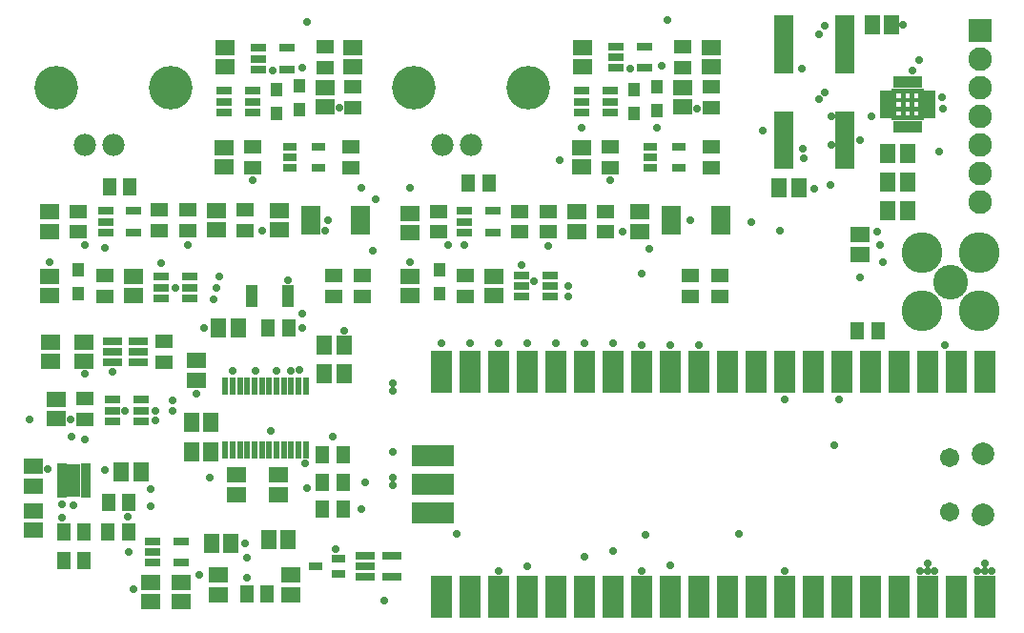
<source format=gbr>
G04 EAGLE Gerber RS-274X export*
G75*
%MOMM*%
%FSLAX34Y34*%
%LPD*%
%INSoldermask Top*%
%IPPOS*%
%AMOC8*
5,1,8,0,0,1.08239X$1,22.5*%
G01*
G04 Define Apertures*
%ADD10R,1.668500X1.367800*%
%ADD11R,1.367800X1.668500*%
%ADD12R,0.977100X1.188600*%
%ADD13R,1.403200X0.803200*%
%ADD14R,1.731200X0.638200*%
%ADD15R,0.853200X0.503200*%
%ADD16R,1.303200X2.953200*%
%ADD17R,1.053200X0.503200*%
%ADD18R,1.253200X0.753200*%
%ADD19C,1.985200*%
%ADD20C,3.860800*%
%ADD21R,1.623400X1.234400*%
%ADD22R,1.234400X1.623400*%
%ADD23R,1.653200X0.503200*%
%ADD24R,1.903200X3.703200*%
%ADD25C,2.003200*%
%ADD26C,1.703200*%
%ADD27R,3.703200X1.903200*%
%ADD28R,0.558800X1.625600*%
%ADD29R,1.053200X0.483200*%
%ADD30R,0.483200X1.053200*%
%ADD31R,1.676400X0.762000*%
%ADD32R,2.093200X2.093200*%
%ADD33C,2.093200*%
%ADD34C,3.083200*%
%ADD35C,3.623200*%
%ADD36R,1.253200X0.703200*%
%ADD37C,0.705600*%
G36*
X784003Y926122D02*
X784003Y897598D01*
X779488Y897598D01*
X779488Y926122D01*
X784003Y926122D01*
G37*
G36*
X808012Y902113D02*
X808012Y897598D01*
X779488Y897598D01*
X779488Y902113D01*
X808012Y902113D01*
G37*
G36*
X808012Y926122D02*
X808012Y921607D01*
X779488Y921607D01*
X779488Y926122D01*
X808012Y926122D01*
G37*
G36*
X808012Y926122D02*
X808012Y897598D01*
X803497Y897598D01*
X803497Y926122D01*
X808012Y926122D01*
G37*
G36*
X791877Y926122D02*
X791877Y897598D01*
X787749Y897598D01*
X787749Y926122D01*
X791877Y926122D01*
G37*
G36*
X808012Y909987D02*
X808012Y905859D01*
X779488Y905859D01*
X779488Y909987D01*
X808012Y909987D01*
G37*
G36*
X808012Y917861D02*
X808012Y913733D01*
X779488Y913733D01*
X779488Y917861D01*
X808012Y917861D01*
G37*
G36*
X799751Y926122D02*
X799751Y897598D01*
X795623Y897598D01*
X795623Y926122D01*
X799751Y926122D01*
G37*
G36*
X778877Y903887D02*
X778877Y899833D01*
X769123Y899833D01*
X769123Y903887D01*
X778877Y903887D01*
G37*
G36*
X778877Y908887D02*
X778877Y904833D01*
X769123Y904833D01*
X769123Y908887D01*
X778877Y908887D01*
G37*
G36*
X778877Y913887D02*
X778877Y909833D01*
X769123Y909833D01*
X769123Y913887D01*
X778877Y913887D01*
G37*
G36*
X778877Y918887D02*
X778877Y914833D01*
X769123Y914833D01*
X769123Y918887D01*
X778877Y918887D01*
G37*
G36*
X778877Y923887D02*
X778877Y919833D01*
X769123Y919833D01*
X769123Y923887D01*
X778877Y923887D01*
G37*
G36*
X785774Y896987D02*
X785774Y887233D01*
X781720Y887233D01*
X781720Y896987D01*
X785774Y896987D01*
G37*
G36*
X785774Y936487D02*
X785774Y926733D01*
X781720Y926733D01*
X781720Y936487D01*
X785774Y936487D01*
G37*
G36*
X790776Y896987D02*
X790776Y887233D01*
X786722Y887233D01*
X786722Y896987D01*
X790776Y896987D01*
G37*
G36*
X790776Y936487D02*
X790776Y926733D01*
X786722Y926733D01*
X786722Y936487D01*
X790776Y936487D01*
G37*
G36*
X795777Y896987D02*
X795777Y887233D01*
X791723Y887233D01*
X791723Y896987D01*
X795777Y896987D01*
G37*
G36*
X795777Y936487D02*
X795777Y926733D01*
X791723Y926733D01*
X791723Y936487D01*
X795777Y936487D01*
G37*
G36*
X800778Y896987D02*
X800778Y887233D01*
X796724Y887233D01*
X796724Y896987D01*
X800778Y896987D01*
G37*
G36*
X800778Y936487D02*
X800778Y926733D01*
X796724Y926733D01*
X796724Y936487D01*
X800778Y936487D01*
G37*
G36*
X805780Y896987D02*
X805780Y887233D01*
X801726Y887233D01*
X801726Y896987D01*
X805780Y896987D01*
G37*
G36*
X805780Y936487D02*
X805780Y926733D01*
X801726Y926733D01*
X801726Y936487D01*
X805780Y936487D01*
G37*
G36*
X818377Y903887D02*
X818377Y899833D01*
X808623Y899833D01*
X808623Y903887D01*
X818377Y903887D01*
G37*
G36*
X818377Y908887D02*
X818377Y904833D01*
X808623Y904833D01*
X808623Y908887D01*
X818377Y908887D01*
G37*
G36*
X818377Y913887D02*
X818377Y909833D01*
X808623Y909833D01*
X808623Y913887D01*
X818377Y913887D01*
G37*
G36*
X818377Y918887D02*
X818377Y914833D01*
X808623Y914833D01*
X808623Y918887D01*
X818377Y918887D01*
G37*
G36*
X818377Y923887D02*
X818377Y919833D01*
X808623Y919833D01*
X808623Y923887D01*
X818377Y923887D01*
G37*
D10*
X187960Y962524D03*
X187960Y945016D03*
X505460Y962524D03*
X505460Y945016D03*
X619760Y962524D03*
X619760Y945016D03*
X594360Y926964D03*
X594360Y909456D03*
X504190Y873624D03*
X504190Y856116D03*
X500380Y798966D03*
X500380Y816474D03*
X556260Y816474D03*
X556260Y798966D03*
X351702Y815204D03*
X351702Y797696D03*
X351790Y741816D03*
X351790Y759324D03*
X426720Y741816D03*
X426720Y759324D03*
X751840Y796154D03*
X751840Y778646D03*
X300990Y962524D03*
X300990Y945016D03*
X162560Y684394D03*
X162560Y666886D03*
D11*
X175124Y629920D03*
X157616Y629920D03*
D10*
X198120Y582794D03*
X198120Y565286D03*
X234950Y582794D03*
X234950Y565286D03*
D11*
X776106Y843280D03*
X793614Y843280D03*
X776106Y868680D03*
X793614Y868680D03*
X776106Y817880D03*
X793614Y817880D03*
X679586Y838200D03*
X697094Y838200D03*
X175124Y603250D03*
X157616Y603250D03*
X275726Y698500D03*
X293234Y698500D03*
D10*
X276860Y926964D03*
X276860Y909456D03*
D11*
X275726Y673100D03*
X293234Y673100D03*
D10*
X33020Y700904D03*
X33020Y683396D03*
D11*
X199536Y713740D03*
X182028Y713740D03*
D10*
X181610Y476386D03*
X181610Y493894D03*
X246380Y476386D03*
X246380Y493894D03*
D11*
X226196Y525780D03*
X243704Y525780D03*
D10*
X62230Y700904D03*
X62230Y683396D03*
X38100Y650104D03*
X38100Y632596D03*
D11*
X95386Y585470D03*
X112894Y585470D03*
D10*
X17780Y590414D03*
X17780Y572906D03*
X186690Y873624D03*
X186690Y856116D03*
X17780Y551044D03*
X17780Y533536D03*
X148590Y487544D03*
X148590Y470036D03*
X121920Y487544D03*
X121920Y470036D03*
D11*
X175396Y521970D03*
X192904Y521970D03*
X762136Y982980D03*
X779644Y982980D03*
D10*
X180340Y800236D03*
X180340Y817744D03*
X236220Y817744D03*
X236220Y800236D03*
X31750Y816474D03*
X31750Y798966D03*
X31750Y741816D03*
X31750Y759324D03*
X106680Y741816D03*
X106680Y759324D03*
D12*
X233680Y925050D03*
X233680Y903750D03*
X254000Y907560D03*
X254000Y928860D03*
X57150Y743730D03*
X57150Y765030D03*
X551180Y925050D03*
X551180Y903750D03*
X571500Y906290D03*
X571500Y927590D03*
X378460Y743730D03*
X378460Y765030D03*
D13*
X211890Y904900D03*
X211890Y914400D03*
X211890Y923900D03*
X186890Y923900D03*
X186890Y914400D03*
X186890Y904900D03*
X534870Y963270D03*
X534870Y953770D03*
X534870Y944270D03*
X559870Y944270D03*
X559870Y963270D03*
D14*
X738310Y857890D03*
X738310Y864230D03*
X738310Y870590D03*
X738310Y876930D03*
X738310Y883290D03*
X738310Y889630D03*
X738310Y895990D03*
X738310Y902330D03*
X684090Y902330D03*
X684090Y895990D03*
X684090Y889630D03*
X684090Y883290D03*
X684090Y876930D03*
X684090Y870590D03*
X684090Y864230D03*
X684090Y857890D03*
D13*
X87830Y649580D03*
X87830Y640080D03*
X87830Y630580D03*
X112830Y630580D03*
X112830Y640080D03*
X112830Y649580D03*
D15*
X42840Y590350D03*
X42840Y585350D03*
X42840Y580350D03*
X42840Y575350D03*
X42840Y570350D03*
X42840Y565350D03*
X63840Y565350D03*
X63840Y570350D03*
X63840Y575350D03*
X63840Y580350D03*
X63840Y585350D03*
X63840Y590350D03*
D16*
X53340Y577850D03*
D13*
X123390Y523850D03*
X123390Y514350D03*
X123390Y504850D03*
X148390Y504850D03*
X148390Y523850D03*
D14*
X684090Y987420D03*
X684090Y981080D03*
X684090Y974720D03*
X684090Y968380D03*
X684090Y962020D03*
X684090Y955680D03*
X684090Y949320D03*
X684090Y942980D03*
X738310Y942980D03*
X738310Y949320D03*
X738310Y955680D03*
X738310Y962020D03*
X738310Y968380D03*
X738310Y974720D03*
X738310Y981080D03*
X738310Y987420D03*
D17*
X243080Y734180D03*
X243080Y739180D03*
X243080Y744180D03*
X243080Y749180D03*
X211580Y749180D03*
X211580Y744180D03*
X211580Y739180D03*
X211580Y734180D03*
D18*
X244810Y874370D03*
X244810Y864870D03*
X244810Y855370D03*
X270810Y855370D03*
X270810Y874370D03*
D13*
X81480Y817220D03*
X81480Y807720D03*
X81480Y798220D03*
X106480Y798220D03*
X106480Y817220D03*
X131010Y758800D03*
X131010Y749300D03*
X131010Y739800D03*
X156010Y739800D03*
X156010Y749300D03*
X156010Y758800D03*
X217370Y962000D03*
X217370Y952500D03*
X217370Y943000D03*
X242370Y943000D03*
X242370Y962000D03*
D18*
X564850Y874370D03*
X564850Y864870D03*
X564850Y855370D03*
X590850Y855370D03*
X590850Y874370D03*
D13*
X529390Y904900D03*
X529390Y914400D03*
X529390Y923900D03*
X504390Y923900D03*
X504390Y914400D03*
X504390Y904900D03*
X400250Y817220D03*
X400250Y807720D03*
X400250Y798220D03*
X425250Y798220D03*
X425250Y817220D03*
X451050Y760070D03*
X451050Y750570D03*
X451050Y741070D03*
X476050Y741070D03*
X476050Y750570D03*
X476050Y760070D03*
D19*
X88900Y876300D03*
X63500Y876300D03*
D20*
X139700Y927100D03*
X38100Y927100D03*
D19*
X406400Y876300D03*
X381000Y876300D03*
D20*
X457200Y927100D03*
X355600Y927100D03*
D21*
X276860Y962965D03*
X276860Y944575D03*
D22*
X103175Y838962D03*
X84785Y838962D03*
D21*
X81280Y759765D03*
X81280Y741375D03*
X57150Y798525D03*
X57150Y816915D03*
X594360Y962965D03*
X594360Y944575D03*
X619760Y909015D03*
X619760Y927405D03*
X529590Y855675D03*
X529590Y874065D03*
X600710Y741375D03*
X600710Y759765D03*
X619760Y855675D03*
X619760Y874065D03*
X627380Y741375D03*
X627380Y759765D03*
X525780Y798525D03*
X525780Y816915D03*
X300990Y909015D03*
X300990Y927405D03*
X474980Y798525D03*
X474980Y816915D03*
X449580Y816915D03*
X449580Y798525D03*
D22*
X421945Y842010D03*
X403555Y842010D03*
D21*
X401320Y759765D03*
X401320Y741375D03*
X377190Y798525D03*
X377190Y816915D03*
D22*
X767385Y711200D03*
X748995Y711200D03*
X274015Y600710D03*
X292405Y600710D03*
X292405Y552450D03*
X274015Y552450D03*
X292405Y576580D03*
X274015Y576580D03*
X244145Y713740D03*
X225755Y713740D03*
D21*
X212090Y855675D03*
X212090Y874065D03*
D22*
X225095Y477520D03*
X206705Y477520D03*
D21*
X63500Y650545D03*
X63500Y632155D03*
X133350Y701345D03*
X133350Y682955D03*
D22*
X62535Y506730D03*
X44145Y506730D03*
X102413Y558800D03*
X84023Y558800D03*
X101905Y532130D03*
X83515Y532130D03*
X62535Y532130D03*
X44145Y532130D03*
D21*
X284480Y741375D03*
X284480Y759765D03*
X299720Y855675D03*
X299720Y874065D03*
X309880Y741375D03*
X309880Y759765D03*
X205740Y799795D03*
X205740Y818185D03*
X154940Y799795D03*
X154940Y818185D03*
X129540Y818185D03*
X129540Y799795D03*
D23*
X263500Y818990D03*
X263500Y813990D03*
X263500Y808990D03*
X263500Y803990D03*
X263500Y798990D03*
X308000Y798990D03*
X308000Y803990D03*
X308000Y808990D03*
X308000Y813990D03*
X308000Y818990D03*
X583540Y818990D03*
X583540Y813990D03*
X583540Y808990D03*
X583540Y803990D03*
X583540Y798990D03*
X628040Y798990D03*
X628040Y803990D03*
X628040Y808990D03*
X628040Y813990D03*
X628040Y818990D03*
D24*
X862380Y674380D03*
X836980Y674380D03*
X811580Y674380D03*
X786180Y674380D03*
X760780Y674380D03*
X735380Y674380D03*
X709980Y674380D03*
X684580Y674380D03*
X659180Y674380D03*
X633780Y674380D03*
X608380Y674380D03*
X582980Y674380D03*
X557580Y674380D03*
X532180Y674380D03*
X506780Y674380D03*
X481380Y674380D03*
X455980Y674380D03*
X430580Y674380D03*
X405180Y674380D03*
X379780Y674380D03*
X379780Y474380D03*
X405180Y474380D03*
X430580Y474380D03*
X455980Y474380D03*
X481380Y474380D03*
X506780Y474380D03*
X532180Y474380D03*
X557580Y474380D03*
X582980Y474380D03*
X608380Y474380D03*
X633780Y474380D03*
X659180Y474380D03*
X684580Y474380D03*
X709980Y474380D03*
X735380Y474380D03*
X760780Y474380D03*
X786180Y474380D03*
X811580Y474380D03*
X836980Y474380D03*
X862380Y474380D03*
D25*
X861080Y601630D03*
X861080Y547130D03*
D26*
X830780Y598630D03*
X830780Y550130D03*
D27*
X371830Y599780D03*
X371830Y574380D03*
X371830Y548980D03*
D28*
X259270Y662178D03*
X252770Y662178D03*
X246270Y662178D03*
X239770Y662178D03*
X233270Y662178D03*
X226770Y662178D03*
X220270Y662178D03*
X213770Y662178D03*
X207270Y662178D03*
X200770Y662178D03*
X194270Y662178D03*
X187770Y662178D03*
X187770Y605282D03*
X194270Y605282D03*
X200770Y605282D03*
X207270Y605282D03*
X213770Y605282D03*
X220270Y605282D03*
X226770Y605282D03*
X233270Y605282D03*
X239770Y605282D03*
X246270Y605282D03*
X252770Y605282D03*
X259270Y605282D03*
D29*
X774000Y921860D03*
X774000Y916860D03*
X774000Y911860D03*
X774000Y906860D03*
X774000Y901860D03*
D30*
X783747Y892110D03*
X788749Y892110D03*
X793750Y892110D03*
X798751Y892110D03*
X803753Y892110D03*
D29*
X813500Y901860D03*
X813500Y906860D03*
X813500Y911860D03*
X813500Y916860D03*
X813500Y921860D03*
D30*
X803753Y931610D03*
X798751Y931610D03*
X793750Y931610D03*
X788749Y931610D03*
X783747Y931610D03*
D31*
X311912Y511150D03*
X311912Y501650D03*
X311912Y492150D03*
X335788Y492150D03*
X335788Y511150D03*
X110236Y682650D03*
X110236Y692150D03*
X110236Y701650D03*
X87884Y701650D03*
X87884Y692150D03*
X87884Y682650D03*
D32*
X858520Y977900D03*
D33*
X858520Y952500D03*
X858520Y927100D03*
X858520Y901700D03*
X858520Y876300D03*
X858520Y850900D03*
X858520Y825500D03*
D34*
X831850Y754380D03*
D35*
X857600Y780130D03*
X806100Y780130D03*
X806100Y728630D03*
X857600Y728630D03*
D36*
X288630Y495150D03*
X288630Y508150D03*
X267630Y501650D03*
D37*
X80895Y586926D03*
X351790Y838200D03*
X308610Y838200D03*
X504190Y891540D03*
X571500Y891540D03*
X207010Y491490D03*
X207010Y509270D03*
X51054Y617220D03*
X279400Y808990D03*
X321310Y828040D03*
X81280Y784860D03*
X130810Y770890D03*
X182880Y759460D03*
X485140Y862330D03*
X665480Y889000D03*
X318770Y782094D03*
X715010Y974090D03*
X700866Y872664D03*
X180340Y749300D03*
X492760Y750570D03*
X125730Y640080D03*
X312420Y576580D03*
X140970Y640080D03*
X715010Y916940D03*
X720090Y981710D03*
X701266Y864293D03*
X492760Y741680D03*
X177107Y738563D03*
X125730Y631190D03*
X308610Y552450D03*
X720316Y922166D03*
X256540Y944880D03*
X260350Y985520D03*
X400050Y787400D03*
X450850Y769620D03*
X575310Y946150D03*
X580390Y987016D03*
X600710Y808990D03*
X655320Y807720D03*
X751840Y880110D03*
X557530Y762000D03*
X608330Y698500D03*
X582930Y698500D03*
X532130Y699770D03*
X506730Y699770D03*
X481330Y699770D03*
X455930Y699770D03*
X405130Y699770D03*
X379730Y699770D03*
X769620Y787400D03*
X772160Y772160D03*
X455930Y501650D03*
X506730Y510540D03*
X532130Y515620D03*
X582930Y502920D03*
X762000Y901700D03*
X283210Y617220D03*
X256540Y713740D03*
X643890Y530860D03*
X561340Y529590D03*
X393700Y530860D03*
X328930Y471170D03*
X106680Y481330D03*
X63500Y614680D03*
X229870Y942340D03*
X289560Y909320D03*
X276860Y800100D03*
X31750Y772160D03*
X143510Y749300D03*
X547370Y943610D03*
X607060Y908050D03*
X351790Y772160D03*
X699770Y943610D03*
X789940Y982980D03*
X726031Y901700D03*
X710874Y836720D03*
X462280Y754606D03*
X563935Y783761D03*
X243840Y755650D03*
X168910Y713740D03*
X194310Y675640D03*
X214630Y675640D03*
X233680Y675640D03*
X99060Y640080D03*
X87630Y674370D03*
X63500Y673100D03*
X50800Y632460D03*
X162560Y655320D03*
X293370Y711200D03*
X228600Y622300D03*
X259080Y593090D03*
X53340Y556260D03*
X811530Y497840D03*
X817880Y497840D03*
X805180Y497840D03*
X811530Y504190D03*
X205740Y521970D03*
X165100Y494030D03*
X253307Y676217D03*
X430530Y497840D03*
X557530Y497840D03*
X430530Y699770D03*
X557530Y698500D03*
X684530Y497614D03*
X826770Y698500D03*
X173990Y580390D03*
X821533Y869950D03*
X101826Y514350D03*
X684530Y650240D03*
X751840Y758190D03*
X725170Y840740D03*
X285859Y516999D03*
X121920Y570230D03*
X121920Y554990D03*
X862330Y497840D03*
X855980Y497840D03*
X868680Y497840D03*
X862330Y504190D03*
X798447Y942340D03*
X803910Y951230D03*
X824230Y918436D03*
X336550Y664210D03*
X767080Y798830D03*
X728980Y609600D03*
X336550Y657860D03*
X336550Y580390D03*
X336550Y574040D03*
X336550Y603250D03*
X260350Y571500D03*
X246380Y675640D03*
X825500Y908276D03*
X726440Y876300D03*
X680720Y800100D03*
X256540Y726440D03*
X140970Y648970D03*
X30480Y588010D03*
X43180Y544830D03*
X212090Y844550D03*
X220980Y800100D03*
X63500Y787400D03*
X154940Y787400D03*
X529590Y844550D03*
X541020Y798830D03*
X474980Y786130D03*
X386080Y787400D03*
X13970Y632460D03*
X43180Y556486D03*
X101374Y546100D03*
X732790Y650240D03*
M02*

</source>
